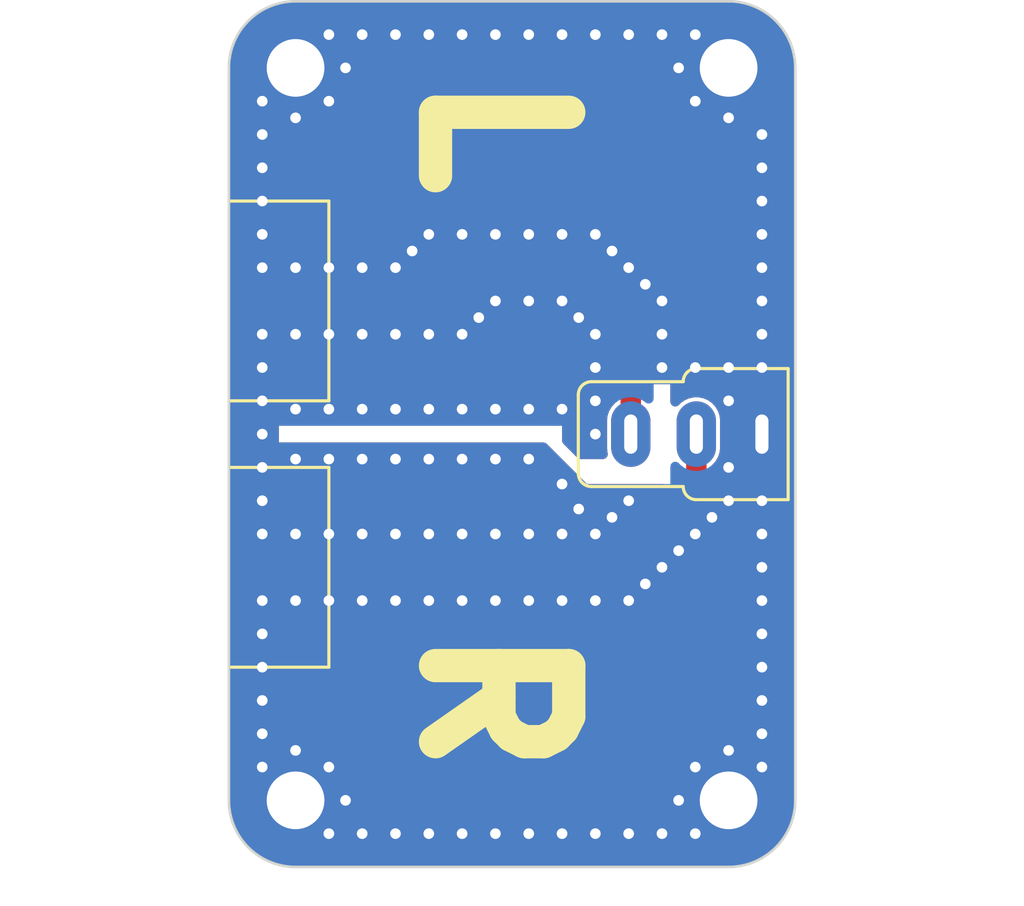
<source format=kicad_pcb>
(kicad_pcb (version 20221018) (generator pcbnew)
  (layers (0 "F.Cu" signal) (31 "B.Cu" signal) (34 "B.Paste" user) (35 "F.Paste" user) (36 "B.SilkS" user "B.Silkscreen") (37 "F.SilkS" user "F.Silkscreen") (38 "B.Mask" user) (39 "F.Mask" user) (44 "Edge.Cuts" user))
  (net 0 "")
  (net 1 "/left")
  (net 2 "GNDREF")
  (net 3 "/right")
  (footprint "MountingHole:MountingHole_2.2mm_M2_Pad" (layer "F.Cu") (at 83.82 87.63)
    (fp_text reference "REF**" hide)
    (fp_text value "MountingHole_2.2mm_M2_Pad")
    (pad "1" thru_hole circle (at 0 0) (size 4.4 4.4) (drill 2.2) (layers "*.Cu" "*.Mask") (net 2 "GNDREF"))
  )
  (footprint "MountingHole:MountingHole_2.2mm_M2_Pad" (layer "F.Cu") (at 100.33 115.57)
    (fp_text reference "REF**" hide)
    (fp_text value "MountingHole_2.2mm_M2_Pad")
    (pad "1" thru_hole circle (at 0 0) (size 4.4 4.4) (drill 2.2) (layers "*.Cu" "*.Mask") (net 2 "GNDREF"))
  )
  (footprint "Customer_Connector:SP-3533-02" (layer "F.Cu") (at 101.6 101.6 180)
    (fp_text reference "J3" hide)
    (fp_text value "SP-3533-02")
    (fp_line (start -1 -2.5) (end -1 2.5) (stroke (width 0.12)) (layer "F.SilkS"))
    (fp_line (start -1 -2.5) (end 2.5 -2.5) (stroke (width 0.12)) (layer "F.SilkS"))
    (fp_line (start -1 2.5) (end 2.5 2.5) (stroke (width 0.12)) (layer "F.SilkS"))
    (fp_line (start 3 -2) (end 6.5 -2) (stroke (width 0.12)) (layer "F.SilkS"))
    (fp_line (start 3 2) (end 6.5 2) (stroke (width 0.12)) (layer "F.SilkS"))
    (fp_line (start 7 -1.5) (end 7 1.5) (stroke (width 0.12)) (layer "F.SilkS"))
    (fp_arc (start 2.5 -2.5) (mid 2.853553 -2.353553) (end 3 -2) (stroke (width 0.12)) (layer "F.SilkS"))
    (fp_arc (start 3 2) (mid 2.853553 2.353553) (end 2.5 2.5) (stroke (width 0.12)) (layer "F.SilkS"))
    (fp_arc (start 6.5 -2) (mid 6.853553 -1.853553) (end 7 -1.5) (stroke (width 0.12)) (layer "F.SilkS"))
    (fp_arc (start 7 1.5) (mid 6.853553 1.853553) (end 6.5 2) (stroke (width 0.12)) (layer "F.SilkS"))
    (pad "R" thru_hole oval (at 2.5 0 180) (size 1.5 2.5) (drill oval 0.5 1.5) (layers "*.Cu" "*.Mask") (net 3 "/right"))
    (pad "S" thru_hole oval (at 0 0 180) (size 1.5 2.5) (drill oval 0.5 1.5) (layers "*.Cu" "*.Mask") (net 2 "GNDREF"))
    (pad "T" thru_hole oval (at 5 0 180) (size 1.5 2.5) (drill oval 0.5 1.5) (layers "*.Cu" "*.Mask") (net 1 "/left"))
  )
  (footprint "Customer_Connector:SMA-KHD105" (layer "F.Cu") (at 81.28 106.68)
    (fp_text reference "J2" hide)
    (fp_text value "SMA-KHD105")
    (fp_line (start 0 -3.81) (end 3.81 -3.81) (stroke (width 0.12)) (layer "F.SilkS"))
    (fp_line (start 0 3.81) (end 3.81 3.81) (stroke (width 0.12)) (layer "F.SilkS"))
    (fp_line (start 3.81 -3.81) (end 3.81 3.81) (stroke (width 0.12)) (layer "F.SilkS"))
    (pad "1" smd roundrect (at 0.5 0) (size 1 1) (layers "F.Cu" "F.Paste" "F.Mask") (net 3 "/right"))
    (pad "2" smd roundrect (at 1.75 -2.5) (size 3.5 1.5) (layers "F.Cu" "F.Paste" "F.Mask") (net 2 "GNDREF"))
    (pad "2" smd roundrect (at 1.75 -2.5) (size 3.5 1.5) (layers "B.Cu" "B.Paste" "B.Mask") (net 2 "GNDREF"))
    (pad "2" smd roundrect (at 1.75 2.5) (size 3.5 1.5) (layers "F.Cu" "F.Paste" "F.Mask") (net 2 "GNDREF"))
    (pad "2" smd roundrect (at 1.75 2.5) (size 3.5 1.5) (layers "B.Cu" "B.Paste" "B.Mask") (net 2 "GNDREF"))
  )
  (footprint "MountingHole:MountingHole_2.2mm_M2_Pad" (layer "F.Cu") (at 83.82 115.57)
    (fp_text reference "REF**" hide)
    (fp_text value "MountingHole_2.2mm_M2_Pad")
    (pad "1" thru_hole circle (at 0 0) (size 4.4 4.4) (drill 2.2) (layers "*.Cu" "*.Mask") (net 2 "GNDREF"))
  )
  (footprint "MountingHole:MountingHole_2.2mm_M2_Pad" (layer "F.Cu") (at 100.33 87.63)
    (fp_text reference "REF**" hide)
    (fp_text value "MountingHole_2.2mm_M2_Pad")
    (pad "1" thru_hole circle (at 0 0) (size 4.4 4.4) (drill 2.2) (layers "*.Cu" "*.Mask") (net 2 "GNDREF"))
  )
  (footprint "Customer_Connector:SMA-KHD105" (layer "F.Cu") (at 81.28 96.52)
    (fp_text reference "J1" hide)
    (fp_text value "SMA-KHD105")
    (fp_line (start 0 -3.81) (end 3.81 -3.81) (stroke (width 0.12)) (layer "F.SilkS"))
    (fp_line (start 0 3.81) (end 3.81 3.81) (stroke (width 0.12)) (layer "F.SilkS"))
    (fp_line (start 3.81 -3.81) (end 3.81 3.81) (stroke (width 0.12)) (layer "F.SilkS"))
    (pad "1" smd roundrect (at 0.5 0) (size 1 1) (layers "F.Cu" "F.Paste" "F.Mask") (net 1 "/left"))
    (pad "2" smd roundrect (at 1.75 -2.5) (size 3.5 1.5) (layers "F.Cu" "F.Paste" "F.Mask") (net 2 "GNDREF"))
    (pad "2" smd roundrect (at 1.75 -2.5) (size 3.5 1.5) (layers "B.Cu" "B.Paste" "B.Mask") (net 2 "GNDREF"))
    (pad "2" smd roundrect (at 1.75 2.5) (size 3.5 1.5) (layers "F.Cu" "F.Paste" "F.Mask") (net 2 "GNDREF"))
    (pad "2" smd roundrect (at 1.75 2.5) (size 3.5 1.5) (layers "B.Cu" "B.Paste" "B.Mask") (net 2 "GNDREF"))
  )
  (gr_line (start 100.33 85.09) (end 83.82 85.09) (stroke (width 0.1)) (layer "Edge.Cuts"))
  (gr_line (start 83.82 118.11) (end 100.33 118.11) (stroke (width 0.1)) (layer "Edge.Cuts"))
  (gr_arc (start 81.28 87.63) (mid 82.023949 85.833949) (end 83.82 85.09) (stroke (width 0.1)) (layer "Edge.Cuts"))
  (gr_arc (start 102.87 115.57) (mid 102.126051 117.366051) (end 100.33 118.11) (stroke (width 0.1)) (layer "Edge.Cuts"))
  (gr_arc (start 100.33 85.09) (mid 102.126051 85.833949) (end 102.87 87.63) (stroke (width 0.1)) (layer "Edge.Cuts"))
  (gr_line (start 102.87 115.57) (end 102.87 87.63) (stroke (width 0.1)) (layer "Edge.Cuts"))
  (gr_arc (start 83.82 118.11) (mid 82.023949 117.366051) (end 81.28 115.57) (stroke (width 0.1)) (layer "Edge.Cuts"))
  (gr_line (start 81.28 87.63) (end 81.28 115.57) (stroke (width 0.1)) (layer "Edge.Cuts"))
  (gr_text "L" (at 91.44 90.17 -90) (layer "F.SilkS") (effects (font (size 5.08 5.08) (thickness 1.27) bold)))
  (gr_text "R" (at 91.44 111.76 270) (layer "F.SilkS") (effects (font (size 5.08 5.08) (thickness 1.27) bold)))
  (segment (start 88.9 96.52) (end 81.78 96.52) (width 0.779374) (layer "F.Cu") (net 1))
  (segment (start 94.615 95.25) (end 90.17 95.25) (width 0.779374) (layer "F.Cu") (net 1))
  (segment (start 96.6 101.6) (end 96.6 97.235) (width 0.779374) (layer "F.Cu") (net 1))
  (segment (start 96.6 97.235) (end 94.615 95.25) (width 0.779374) (layer "F.Cu") (net 1))
  (segment (start 90.17 95.25) (end 88.9 96.52) (width 0.779374) (layer "F.Cu") (net 1))
  (via (at 95.25 116.84) (size 0.8128) (drill 0.4064) (layers "F.Cu" "B.Cu") (net 2))
  (via (at 97.155 107.315) (size 0.8128) (drill 0.4064) (layers "F.Cu" "B.Cu") (net 2))
  (via (at 87.63 116.84) (size 0.8128) (drill 0.4064) (layers "F.Cu" "B.Cu") (net 2))
  (via (at 82.55 109.22) (size 0.8128) (drill 0.4064) (layers "F.Cu" "B.Cu") (net 2))
  (via (at 88.9 107.95) (size 0.8128) (drill 0.4064) (layers "F.Cu" "B.Cu") (net 2))
  (via (at 92.71 86.36) (size 0.8128) (drill 0.4064) (layers "F.Cu" "B.Cu") (net 2))
  (via (at 83.82 107.95) (size 0.8128) (drill 0.4064) (layers "F.Cu" "B.Cu") (net 2))
  (via (at 93.98 116.84) (size 0.8128) (drill 0.4064) (layers "F.Cu" "B.Cu") (net 2))
  (via (at 101.6 114.3) (size 0.8128) (drill 0.4064) (layers "F.Cu" "B.Cu") (net 2))
  (via (at 82.55 95.25) (size 0.8128) (drill 0.4064) (layers "F.Cu" "B.Cu") (net 2))
  (via (at 93.98 86.36) (size 0.8128) (drill 0.4064) (layers "F.Cu" "B.Cu") (net 2))
  (via (at 95.885 94.615) (size 0.8128) (drill 0.4064) (layers "F.Cu" "B.Cu") (net 2))
  (via (at 95.25 100.33) (size 0.8128) (drill 0.4064) (layers "F.Cu" "B.Cu") (net 2))
  (via (at 93.98 107.95) (size 0.8128) (drill 0.4064) (layers "F.Cu" "B.Cu") (net 2))
  (via (at 82.55 104.14) (size 0.8128) (drill 0.4064) (layers "F.Cu" "B.Cu") (net 2))
  (via (at 100.33 102.87) (size 0.8128) (drill 0.4064) (layers "F.Cu" "B.Cu") (net 2))
  (via (at 98.425 106.045) (size 0.8128) (drill 0.4064) (layers "F.Cu" "B.Cu") (net 2))
  (via (at 93.98 100.6475) (size 0.8128) (drill 0.4064) (layers "F.Cu" "B.Cu") (net 2))
  (via (at 90.17 93.98) (size 0.8128) (drill 0.4064) (layers "F.Cu" "B.Cu") (net 2))
  (via (at 101.6 109.22) (size 0.8128) (drill 0.4064) (layers "F.Cu" "B.Cu") (net 2))
  (via (at 88.9 97.79) (size 0.8128) (drill 0.4064) (layers "F.Cu" "B.Cu") (net 2))
  (via (at 82.55 100.33) (size 0.8128) (drill 0.4064) (layers "F.Cu" "B.Cu") (net 2))
  (via (at 83.82 100.6475) (size 0.8128) (drill 0.4064) (layers "F.Cu" "B.Cu") (net 2))
  (via (at 88.9 86.36) (size 0.8128) (drill 0.4064) (layers "F.Cu" "B.Cu") (net 2))
  (via (at 86.36 97.79) (size 0.8128) (drill 0.4064) (layers "F.Cu" "B.Cu") (net 2))
  (via (at 87.63 100.6475) (size 0.8128) (drill 0.4064) (layers "F.Cu" "B.Cu") (net 2))
  (via (at 82.55 107.95) (size 0.8128) (drill 0.4064) (layers "F.Cu" "B.Cu") (net 2))
  (via (at 101.6 104.14) (size 0.8128) (drill 0.4064) (layers "F.Cu" "B.Cu") (net 2))
  (via (at 88.265 94.615) (size 0.8128) (drill 0.4064) (layers "F.Cu" "B.Cu") (net 2))
  (via (at 99.06 105.41) (size 0.8128) (drill 0.4064) (layers "F.Cu" "B.Cu") (net 2))
  (via (at 99.06 116.84) (size 0.8128) (drill 0.4064) (layers "F.Cu" "B.Cu") (net 2))
  (via (at 82.55 113.03) (size 0.8128) (drill 0.4064) (layers "F.Cu" "B.Cu") (net 2))
  (via (at 83.82 105.41) (size 0.8128) (drill 0.4064) (layers "F.Cu" "B.Cu") (net 2))
  (via (at 97.79 86.36) (size 0.8128) (drill 0.4064) (layers "F.Cu" "B.Cu") (net 2))
  (via (at 82.55 114.3) (size 0.8128) (drill 0.4064) (layers "F.Cu" "B.Cu") (net 2))
  (via (at 101.6 113.03) (size 0.8128) (drill 0.4064) (layers "F.Cu" "B.Cu") (net 2))
  (via (at 83.82 89.535) (size 0.8128) (drill 0.4064) (layers "F.Cu" "B.Cu") (net 2))
  (via (at 97.79 99.06) (size 0.8128) (drill 0.4064) (layers "F.Cu" "B.Cu") (net 2))
  (via (at 83.82 97.79) (size 0.8128) (drill 0.4064) (layers "F.Cu" "B.Cu") (net 2))
  (via (at 95.25 86.36) (size 0.8128) (drill 0.4064) (layers "F.Cu" "B.Cu") (net 2))
  (via (at 91.44 100.6475) (size 0.8128) (drill 0.4064) (layers "F.Cu" "B.Cu") (net 2))
  (via (at 82.55 110.49) (size 0.8128) (drill 0.4064) (layers "F.Cu" "B.Cu") (net 2))
  (via (at 100.33 100.33) (size 0.8128) (drill 0.4064) (layers "F.Cu" "B.Cu") (net 2))
  (via (at 101.6 93.98) (size 0.8128) (drill 0.4064) (layers "F.Cu" "B.Cu") (net 2))
  (via (at 92.71 107.95) (size 0.8128) (drill 0.4064) (layers "F.Cu" "B.Cu") (net 2))
  (via (at 92.71 96.52) (size 0.8128) (drill 0.4064) (layers "F.Cu" "B.Cu") (net 2))
  (via (at 86.36 102.5525) (size 0.8128) (drill 0.4064) (layers "F.Cu" "B.Cu") (net 2))
  (via (at 93.98 96.52) (size 0.8128) (drill 0.4064) (layers "F.Cu" "B.Cu") (net 2))
  (via (at 98.425 87.63) (size 0.8128) (drill 0.4064) (layers "F.Cu" "B.Cu") (net 2))
  (via (at 100.33 99.06) (size 0.8128) (drill 0.4064) (layers "F.Cu" "B.Cu") (net 2))
  (via (at 86.36 95.25) (size 0.8128) (drill 0.4064) (layers "F.Cu" "B.Cu") (net 2))
  (via (at 85.09 114.3) (size 0.8128) (drill 0.4064) (layers "F.Cu" "B.Cu") (net 2))
  (via (at 82.55 97.79) (size 0.8128) (drill 0.4064) (layers "F.Cu" "B.Cu") (net 2))
  (via (at 99.06 114.3) (size 0.8128) (drill 0.4064) (layers "F.Cu" "B.Cu") (net 2))
  (via (at 86.36 107.95) (size 0.8128) (drill 0.4064) (layers "F.Cu" "B.Cu") (net 2))
  (via (at 99.06 88.9) (size 0.8128) (drill 0.4064) (layers "F.Cu" "B.Cu") (net 2))
  (via (at 91.44 86.36) (size 0.8128) (drill 0.4064) (layers "F.Cu" "B.Cu") (net 2))
  (via (at 100.33 104.14) (size 0.8128) (drill 0.4064) (layers "F.Cu" "B.Cu") (net 2))
  (via (at 82.55 91.44) (size 0.8128) (drill 0.4064) (layers "F.Cu" "B.Cu") (net 2))
  (via (at 90.17 102.5525) (size 0.8128) (drill 0.4064) (layers "F.Cu" "B.Cu") (net 2))
  (via (at 101.6 110.49) (size 0.8128) (drill 0.4064) (layers "F.Cu" "B.Cu") (net 2))
  (via (at 97.155 95.885) (size 0.8128) (drill 0.4064) (layers "F.Cu" "B.Cu") (net 2))
  (via (at 94.615 97.155) (size 0.8128) (drill 0.4064) (layers "F.Cu" "B.Cu") (net 2))
  (via (at 85.09 107.95) (size 0.8128) (drill 0.4064) (layers "F.Cu" "B.Cu") (net 2))
  (via (at 96.52 107.95) (size 0.8128) (drill 0.4064) (layers "F.Cu" "B.Cu") (net 2))
  (via (at 101.6 95.25) (size 0.8128) (drill 0.4064) (layers "F.Cu" "B.Cu") (net 2))
  (via (at 85.09 95.25) (size 0.8128) (drill 0.4064) (layers "F.Cu" "B.Cu") (net 2))
  (via (at 85.09 86.36) (size 0.8128) (drill 0.4064) (layers "F.Cu" "B.Cu") (net 2))
  (via (at 86.36 86.36) (size 0.8128) (drill 0.4064) (layers "F.Cu" "B.Cu") (net 2))
  (via (at 85.09 97.79) (size 0.8128) (drill 0.4064) (layers "F.Cu" "B.Cu") (net 2))
  (via (at 91.44 107.95) (size 0.8128) (drill 0.4064) (layers "F.Cu" "B.Cu") (net 2))
  (via (at 93.98 93.98) (size 0.8128) (drill 0.4064) (layers "F.Cu" "B.Cu") (net 2))
  (via (at 101.6 92.71) (size 0.8128) (drill 0.4064) (layers "F.Cu" "B.Cu") (net 2))
  (via (at 83.82 102.5525) (size 0.8128) (drill 0.4064) (layers "F.Cu" "B.Cu") (net 2))
  (via (at 97.79 96.52) (size 0.8128) (drill 0.4064) (layers "F.Cu" "B.Cu") (net 2))
  (via (at 97.79 106.68) (size 0.8128) (drill 0.4064) (layers "F.Cu" "B.Cu") (net 2))
  (via (at 88.9 105.41) (size 0.8128) (drill 0.4064) (layers "F.Cu" "B.Cu") (net 2))
  (via (at 90.17 100.6475) (size 0.8128) (drill 0.4064) (layers "F.Cu" "B.Cu") (net 2))
  (via (at 82.55 105.41) (size 0.8128) (drill 0.4064) (layers "F.Cu" "B.Cu") (net 2))
  (via (at 96.52 95.25) (size 0.8128) (drill 0.4064) (layers "F.Cu" "B.Cu") (net 2))
  (via (at 82.55 93.98) (size 0.8128) (drill 0.4064) (layers "F.Cu" "B.Cu") (net 2))
  (via (at 95.25 105.41) (size 0.8128) (drill 0.4064) (layers "F.Cu" "B.Cu") (net 2))
  (via (at 101.6 90.17) (size 0.8128) (drill 0.4064) (layers "F.Cu" "B.Cu") (net 2))
  (via (at 97.79 116.84) (size 0.8128) (drill 0.4064) (layers "F.Cu" "B.Cu") (net 2))
  (via (at 95.25 101.6) (size 0.8128) (drill 0.4064) (layers "F.Cu" "B.Cu") (net 2))
  (via (at 90.805 97.155) (size 0.8128) (drill 0.4064) (layers "F.Cu" "B.Cu") (net 2))
  (via (at 99.06 99.06) (size 0.8128) (drill 0.4064) (layers "F.Cu" "B.Cu") (net 2))
  (via (at 86.36 100.6475) (size 0.8128) (drill 0.4064) (layers "F.Cu" "B.Cu") (net 2))
  (via (at 88.9 116.84) (size 0.8128) (drill 0.4064) (layers "F.Cu" "B.Cu") (net 2))
  (via (at 100.33 113.665) (size 0.8128) (drill 0.4064) (layers "F.Cu" "B.Cu") (net 2))
  (via (at 88.9 93.98) (size 0.8128) (drill 0.4064) (layers "F.Cu" "B.Cu") (net 2))
  (via (at 85.09 88.9) (size 0.8128) (drill 0.4064) (layers "F.Cu" "B.Cu") (net 2))
  (via (at 101.6 107.95) (size 0.8128) (drill 0.4064) (layers "F.Cu" "B.Cu") (net 2))
  (via (at 85.725 115.57) (size 0.8128) (drill 0.4064) (layers "F.Cu" "B.Cu") (net 2))
  (via (at 96.52 86.36) (size 0.8128) (drill 0.4064) (layers "F.Cu" "B.Cu") (net 2))
  (via (at 85.09 116.84) (size 0.8128) (drill 0.4064) (layers "F.Cu" "B.Cu") (net 2))
  (via (at 86.36 105.41) (size 0.8128) (drill 0.4064) (layers "F.Cu" "B.Cu") (net 2))
  (via (at 88.9 102.5525) (size 0.8128) (drill 0.4064) (layers "F.Cu" "B.Cu") (net 2))
  (via (at 101.6 99.06) (size 0.8128) (drill 0.4064) (layers "F.Cu" "B.Cu") (net 2))
  (via (at 99.695 104.775) (size 0.8128) (drill 0.4064) (layers "F.Cu" "B.Cu") (net 2))
  (via (at 95.25 97.79) (size 0.8128) (drill 0.4064) (layers "F.Cu" "B.Cu") (net 2))
  (via (at 91.44 93.98) (size 0.8128) (drill 0.4064) (layers "F.Cu" "B.Cu") (net 2))
  (via (at 95.25 107.95) (size 0.8128) (drill 0.4064) (layers "F.Cu" "B.Cu") (net 2))
  (via (at 83.82 113.665) (size 0.8128) (drill 0.4064) (layers "F.Cu" "B.Cu") (net 2))
  (via (at 90.17 97.79) (size 0.8128) (drill 0.4064) (layers "F.Cu" "B.Cu") (net 2))
  (via (at 100.33 89.535) (size 0.8128) (drill 0.4064) (layers "F.Cu" "B.Cu") (net 2))
  (via (at 98.425 115.57) (size 0.8128) (drill 0.4064) (layers "F.Cu" "B.Cu") (net 2))
  (via (at 85.09 102.5525) (size 0.8128) (drill 0.4064) (layers "F.Cu" "B.Cu") (net 2))
  (via (at 95.885 104.775) (size 0.8128) (drill 0.4064) (layers "F.Cu" "B.Cu") (net 2))
  (via (at 101.6 106.68) (size 0.8128) (drill 0.4064) (layers "F.Cu" "B.Cu") (net 2))
  (via (at 82.55 88.9) (size 0.8128) (drill 0.4064) (layers "F.Cu" "B.Cu") (net 2))
  (via (at 82.55 102.87) (size 0.8128) (drill 0.4064) (layers "F.Cu" "B.Cu") (net 2))
  (via (at 92.71 93.98) (size 0.8128) (drill 0.4064) (layers "F.Cu" "B.Cu") (net 2))
  (via (at 90.17 107.95) (size 0.8128) (drill 0.4064) (layers "F.Cu" "B.Cu") (net 2))
  (via (at 82.55 101.6) (size 0.8128) (drill 0.4064) (layers "F.Cu" "B.Cu") (net 2))
  (via (at 92.71 102.5525) (size 0.8128) (drill 0.4064) (layers "F.Cu" "B.Cu") (net 2))
  (via (at 85.09 100.6475) (size 0.8128) (drill 0.4064) (layers "F.Cu" "B.Cu") (net 2))
  (via (at 91.44 102.5525) (size 0.8128) (drill 0.4064) (layers "F.Cu" "B.Cu") (net 2))
  (via (at 90.17 86.36) (size 0.8128) (drill 0.4064) (layers "F.Cu" "B.Cu") (net 2))
  (via (at 96.52 116.84) (size 0.8128) (drill 0.4064) (layers "F.Cu" "B.Cu") (net 2))
  (via (at 87.63 107.95) (size 0.8128) (drill 0.4064) (layers "F.Cu" "B.Cu") (net 2))
  (via (at 91.44 116.84) (size 0.8128) (drill 0.4064) (layers "F.Cu" "B.Cu") (net 2))
  (via (at 87.63 95.25) (size 0.8128) (drill 0.4064) (layers "F.Cu" "B.Cu") (net 2))
  (via (at 94.615 104.4575) (size 0.8128) (drill 0.4064) (layers "F.Cu" "B.Cu") (net 2))
  (via (at 93.98 103.505) (size 0.8128) (drill 0.4064) (layers "F.Cu" "B.Cu") (net 2))
  (via (at 85.725 87.63) (size 0.8128) (drill 0.4064) (layers "F.Cu" "B.Cu") (net 2))
  (via (at 91.44 105.41) (size 0.8128) (drill 0.4064) (layers "F.Cu" "B.Cu") (net 2))
  (via (at 82.55 111.76) (size 0.8128) (drill 0.4064) (layers "F.Cu" "B.Cu") (net 2))
  (via (at 92.71 100.6475) (size 0.8128) (drill 0.4064) (layers "F.Cu" "B.Cu") (net 2))
  (via (at 101.6 105.41) (size 0.8128) (drill 0.4064) (layers "F.Cu" "B.Cu") (net 2))
  (via (at 82.55 90.17) (size 0.8128) (drill 0.4064) (layers "F.Cu" "B.Cu") (net 2))
  (via (at 88.9 100.6475) (size 0.8128) (drill 0.4064) (layers "F.Cu" "B.Cu") (net 2))
  (via (at 93.98 105.41) (size 0.8128) (drill 0.4064) (layers "F.Cu" "B.Cu") (net 2))
  (via (at 87.63 102.5525) (size 0.8128) (drill 0.4064) (layers "F.Cu" "B.Cu") (net 2))
  (via (at 86.36 116.84) (size 0.8128) (drill 0.4064) (layers "F.Cu" "B.Cu") (net 2))
  (via (at 87.63 86.36) (size 0.8128) (drill 0.4064) (layers "F.Cu" "B.Cu") (net 2))
  (via (at 91.44 96.52) (size 0.8128) (drill 0.4064) (layers "F.Cu" "B.Cu") (net 2))
  (via (at 101.6 97.79) (size 0.8128) (drill 0.4064) (layers "F.Cu" "B.Cu") (net 2))
  (via (at 96.52 104.14) (size 0.8128) (drill 0.4064) (layers "F.Cu" "B.Cu") (net 2))
  (via (at 92.71 116.84) (size 0.8128) (drill 0.4064) (layers "F.Cu" "B.Cu") (net 2))
  (via (at 82.55 99.06) (size 0.8128) (drill 0.4064) (layers "F.Cu" "B.Cu") (net 2))
  (via (at 82.55 92.71) (size 0.8128) (drill 0.4064) (layers "F.Cu" "B.Cu") (net 2))
  (via (at 83.82 95.25) (size 0.8128) (drill 0.4064) (layers "F.Cu" "B.Cu") (net 2))
  (via (at 90.17 105.41) (size 0.8128) (drill 0.4064) (layers "F.Cu" "B.Cu") (net 2))
  (via (at 92.71 105.41) (size 0.8128) (drill 0.4064) (layers "F.Cu" "B.Cu") (net 2))
  (via (at 97.79 97.79) (size 0.8128) (drill 0.4064) (layers "F.Cu" "B.Cu") (net 2))
  (via (at 87.63 105.41) (size 0.8128) (drill 0.4064) (layers "F.Cu" "B.Cu") (net 2))
  (via (at 90.17 116.84) (size 0.8128) (drill 0.4064) (layers "F.Cu" "B.Cu") (net 2))
  (via (at 101.6 91.44) (size 0.8128) (drill 0.4064) (layers "F.Cu" "B.Cu") (net 2))
  (via (at 101.6 96.52) (size 0.8128) (drill 0.4064) (layers "F.Cu" "B.Cu") (net 2))
  (via (at 87.63 97.79) (size 0.8128) (drill 0.4064) (layers "F.Cu" "B.Cu") (net 2))
  (via (at 101.6 111.76) (size 0.8128) (drill 0.4064) (layers "F.Cu" "B.Cu") (net 2))
  (via (at 95.25 99.06) (size 0.8128) (drill 0.4064) (layers "F.Cu" "B.Cu") (net 2))
  (via (at 85.09 105.41) (size 0.8128) (drill 0.4064) (layers "F.Cu" "B.Cu") (net 2))
  (via (at 99.06 86.36) (size 0.8128) (drill 0.4064) (layers "F.Cu" "B.Cu") (net 2))
  (via (at 95.25 93.98) (size 0.8128) (drill 0.4064) (layers "F.Cu" "B.Cu") (net 2))
  (segment (start 99.1 103.465) (end 99.1 101.6) (width 0.779374) (layer "F.Cu") (net 3))
  (segment (start 81.78 106.68) (end 95.885 106.68) (width 0.779374) (layer "F.Cu") (net 3))
  (segment (start 95.885 106.68) (end 99.1 103.465) (width 0.779374) (layer "F.Cu") (net 3))
  (zone (net 0) (net_name "") (layers "F&B.Cu") (connect_pads (clearance 0)) (min_thickness 0.25)
    (keepout (tracks not_allowed) (vias not_allowed) (pads allowed) (copperpour not_allowed) (footprints allowed))
    (fill (thermal_gap 0.5) (thermal_bridge_width 0.5))
    (polygon (pts (xy 83.185 101.2825) (xy 83.185 101.9175) (xy 93.345 101.9175) (xy 94.615 103.1875) (xy 94.9325 103.505) (xy 97.79 103.505) (xy 98.1075 103.505) (xy 98.1075 99.695) (xy 97.4725 99.695) (xy 97.4725 102.235) (xy 97.4725 102.5525) (xy 96.8375 102.5525) (xy 94.615 102.5525) (xy 93.98 101.9175) (xy 93.98 101.2825)))
  )
  (zone (net 2) (net_name "GNDREF") (layers "F&B.Cu") (connect_pads yes (clearance 0.1524)) (min_thickness 0.381) (fill yes (thermal_gap 0.508) (thermal_bridge_width 0.508) (smoothing fillet) (radius 1.27))
    (polygon (pts (xy 81.28 85.09) (xy 102.87 85.09) (xy 102.87 118.11) (xy 81.28 118.11)))
  )
)
</source>
